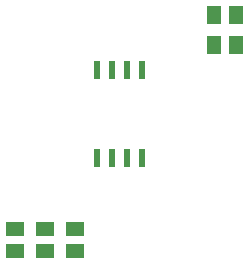
<source format=gbr>
G04 EAGLE Gerber RS-274X export*
G75*
%MOMM*%
%FSLAX34Y34*%
%LPD*%
%INSolderpaste Bottom*%
%IPPOS*%
%AMOC8*
5,1,8,0,0,1.08239X$1,22.5*%
G01*
%ADD10R,1.500000X1.300000*%
%ADD11R,1.300000X1.500000*%
%ADD12R,0.533400X1.549400*%


D10*
X88900Y34900D03*
X88900Y15900D03*
D11*
X250800Y190500D03*
X231800Y190500D03*
D10*
X114300Y34900D03*
X114300Y15900D03*
X63500Y34900D03*
X63500Y15900D03*
D11*
X250800Y215900D03*
X231800Y215900D03*
D12*
X133350Y169164D03*
X146050Y169164D03*
X158750Y169164D03*
X171450Y169164D03*
X171450Y94996D03*
X158750Y94996D03*
X146050Y94996D03*
X133350Y94996D03*
M02*

</source>
